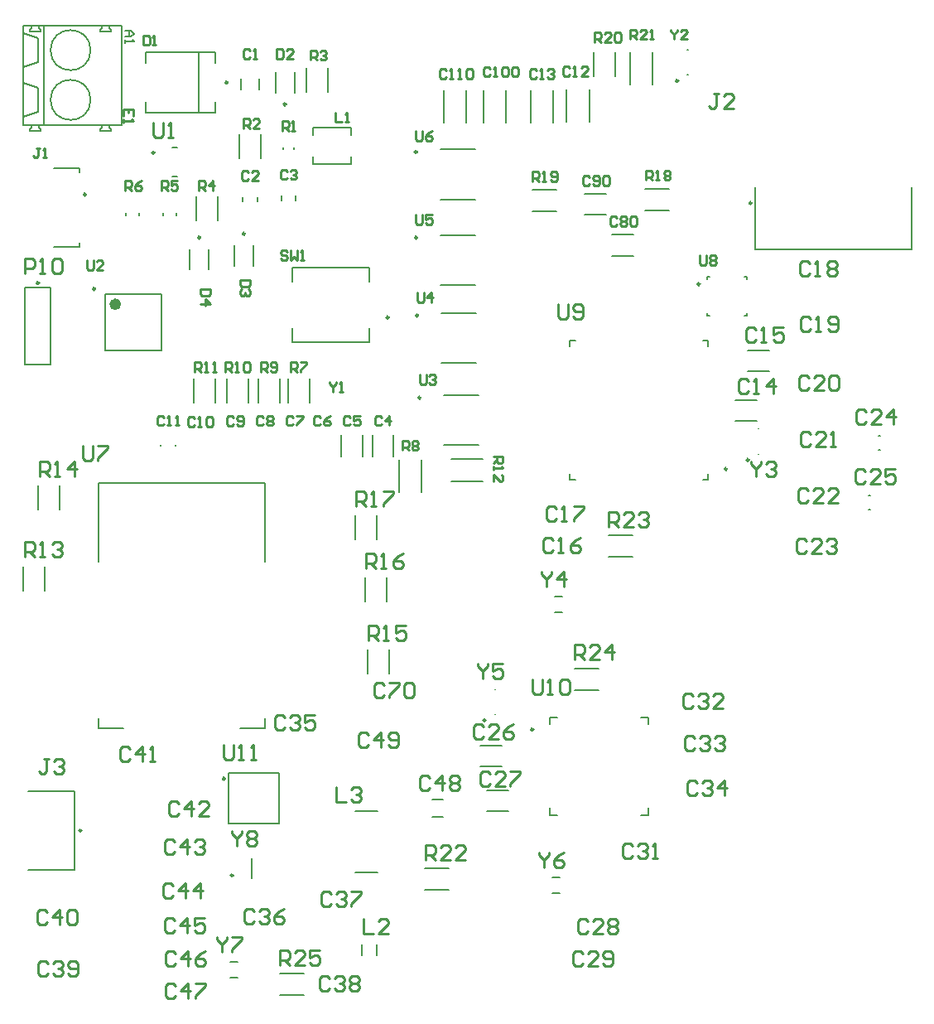
<source format=gto>
G04*
G04 #@! TF.GenerationSoftware,Altium Limited,Altium Designer,25.8.1 (18)*
G04*
G04 Layer_Color=65535*
%FSLAX44Y44*%
%MOMM*%
G71*
G04*
G04 #@! TF.SameCoordinates,5D46F635-8B12-49F8-90BD-38314D954B60*
G04*
G04*
G04 #@! TF.FilePolarity,Positive*
G04*
G01*
G75*
%ADD10C,0.2500*%
%ADD11C,0.2000*%
%ADD12C,0.6000*%
%ADD13C,0.2540*%
D10*
X66420Y187960D02*
G03*
X66420Y187960I-1250J0D01*
G01*
X726550Y557460D02*
G03*
X726550Y557460I-1250J0D01*
G01*
X751720Y829330D02*
G03*
X751720Y829330I-1250J0D01*
G01*
X748870Y566850D02*
G03*
X748870Y566850I-1250J0D01*
G01*
X698629Y746560D02*
G03*
X698629Y746560I-1250J0D01*
G01*
X409600Y881520D02*
G03*
X409600Y881520I-1250J0D01*
G01*
X380540Y712370D02*
G03*
X380540Y712370I-1250J0D01*
G01*
X215890Y952500D02*
G03*
X215890Y952500I-1250J0D01*
G01*
X275570Y930340D02*
G03*
X275570Y930340I-1250J0D01*
G01*
X70840Y838005D02*
G03*
X70840Y838005I-1250J0D01*
G01*
X80380Y741640D02*
G03*
X80380Y741640I-1250J0D01*
G01*
X233660Y797880D02*
G03*
X233660Y797880I-1250J0D01*
G01*
X187940Y794070D02*
G03*
X187940Y794070I-1250J0D01*
G01*
X410660Y714440D02*
G03*
X410660Y714440I-1250J0D01*
G01*
X413200Y630320D02*
G03*
X413200Y630320I-1250J0D01*
G01*
X409600Y793890D02*
G03*
X409600Y793890I-1250J0D01*
G01*
X140975Y880720D02*
G03*
X140975Y880720I-1250J0D01*
G01*
X22840Y747680D02*
G03*
X22840Y747680I-1250J0D01*
G01*
X676480Y954200D02*
G03*
X676480Y954200I-1250J0D01*
G01*
X213160Y240980D02*
G03*
X213160Y240980I-1250J0D01*
G01*
X221440Y142190D02*
G03*
X221440Y142190I-1250J0D01*
G01*
X528380Y291250D02*
G03*
X528380Y291250I-1250J0D01*
G01*
X479630Y300660D02*
G03*
X479630Y300660I-1250J0D01*
G01*
D11*
X75650Y985520D02*
G03*
X75650Y985520I-20500J0D01*
G01*
Y934720D02*
G03*
X75650Y934720I-20500J0D01*
G01*
X11820Y147960D02*
X58820D01*
Y227960D01*
X11820D02*
X58820D01*
X83910Y542830D02*
X253910D01*
X83910Y292830D02*
Y302830D01*
Y292830D02*
X108910D01*
X228910D02*
X253910D01*
Y302830D01*
X83910Y462830D02*
Y542830D01*
X253910Y462830D02*
Y542830D01*
X701550Y546460D02*
X707300D01*
X565300D02*
X571050D01*
X565300Y682710D02*
Y688460D01*
Y546460D02*
Y552210D01*
X701550Y688460D02*
X707300D01*
X565300D02*
X571050D01*
X707300Y682710D02*
Y688460D01*
Y546460D02*
Y552210D01*
X474260Y274910D02*
X496260D01*
X474260Y253410D02*
X496260D01*
X480610Y229190D02*
X502610D01*
X480610Y207690D02*
X502610D01*
X755370Y781580D02*
X914870D01*
X755370D02*
Y845580D01*
X914870Y781580D02*
Y845580D01*
X585821Y912207D02*
Y945269D01*
X562259Y912207D02*
Y945269D01*
X734610Y627970D02*
X756610D01*
X734610Y606470D02*
X756610D01*
X758370Y598850D02*
X758870D01*
X758370Y572850D02*
X758870D01*
X881540Y591450D02*
X883040D01*
X881540Y576950D02*
X883040D01*
X525429Y911839D02*
Y944901D01*
X548991Y911839D02*
Y944901D01*
X436529Y911471D02*
Y944533D01*
X460091Y911471D02*
Y944533D01*
X706440Y751560D02*
Y754060D01*
X708940D01*
X706440Y714060D02*
Y716560D01*
Y714060D02*
X708940D01*
X746440Y751560D02*
Y754060D01*
X743940D02*
X746440D01*
Y714060D02*
Y716560D01*
X743940Y714060D02*
X746440D01*
X391041Y534018D02*
Y566600D01*
X414139Y534018D02*
Y566600D01*
X444320Y544711D02*
X476902D01*
X444320Y567809D02*
X476902D01*
X433100Y833020D02*
X468600D01*
X433100Y884020D02*
X468600D01*
X282310Y687370D02*
X360310D01*
Y749240D02*
Y762970D01*
Y687370D02*
Y701100D01*
X282310Y762970D02*
X360310D01*
X282310Y749240D02*
Y762970D01*
Y687370D02*
Y701100D01*
X27958Y909320D02*
Y1010920D01*
X7150Y1003020D02*
X22150Y997561D01*
Y973479D02*
Y997561D01*
X7150Y968020D02*
X22150Y973479D01*
X7150Y968020D02*
Y1003020D01*
Y917220D02*
X22150Y922679D01*
X7150Y917220D02*
Y952220D01*
X22150Y946761D01*
Y922679D02*
Y946761D01*
X87450Y1008120D02*
Y1010920D01*
X95050Y1008120D02*
Y1010920D01*
Y1008120D02*
X96750Y1006420D01*
Y1004920D02*
Y1006420D01*
X85750Y1004920D02*
X96750D01*
X85750D02*
Y1006420D01*
X87450Y1008120D01*
X7150Y1010920D02*
X107150D01*
Y909320D02*
Y1010920D01*
X7150Y909320D02*
Y1010920D01*
X15050Y1008120D02*
Y1010920D01*
X13350Y1006420D02*
X15050Y1008120D01*
X13350Y1004920D02*
Y1006420D01*
Y1004920D02*
X24350D01*
Y1006420D01*
X22650Y1008120D02*
X24350Y1006420D01*
X22650Y1008120D02*
Y1010920D01*
X7150Y909320D02*
X107150D01*
X95050D02*
X107150D01*
X95050Y906520D02*
Y909320D01*
Y906520D02*
X96750Y904820D01*
Y903320D02*
Y904820D01*
X85750Y903320D02*
X96750D01*
X85750D02*
Y904820D01*
X87450Y906520D01*
Y909320D01*
X22650D02*
X87450D01*
X22650Y906520D02*
Y909320D01*
Y906520D02*
X24350Y904820D01*
Y903320D02*
Y904820D01*
X13350Y903320D02*
X24350D01*
X13350D02*
Y904820D01*
X15050Y906520D01*
Y909320D01*
X7150D02*
X15050D01*
X186140Y922500D02*
Y982500D01*
X203190Y921400D02*
Y932750D01*
Y972250D02*
Y983600D01*
X132090D02*
X203190D01*
X132090Y921400D02*
Y932750D01*
Y972250D02*
Y983600D01*
Y921400D02*
X203190D01*
X296340Y942749D02*
Y967331D01*
X318340Y942749D02*
Y967331D01*
X284070Y942340D02*
Y963340D01*
X264570Y942340D02*
Y963340D01*
X229760Y945730D02*
Y956730D01*
X247760Y945730D02*
Y956730D01*
X227760Y875439D02*
Y900021D01*
X249760Y875439D02*
Y900021D01*
X283880Y884190D02*
Y886190D01*
X272380Y884190D02*
Y886190D01*
X303080Y906230D02*
X342080D01*
X303080Y869230D02*
Y876980D01*
Y898480D02*
Y906230D01*
Y869230D02*
X342080D01*
Y876980D01*
Y898480D02*
Y906230D01*
X270880Y832140D02*
Y836640D01*
X285380Y832140D02*
Y836640D01*
X231510Y830870D02*
Y835370D01*
X246010Y830870D02*
Y835370D01*
X205310Y811939D02*
Y836521D01*
X183310Y811939D02*
Y836521D01*
X162960Y816880D02*
Y818880D01*
X149460Y816880D02*
Y818880D01*
X124860Y816880D02*
Y818880D01*
X111360Y816880D02*
Y818880D01*
X37840Y865205D02*
X64590D01*
X37840Y784305D02*
X64590D01*
Y789005D01*
Y860505D02*
Y865205D01*
X90880Y678890D02*
X147880D01*
X90880Y735890D02*
X147880D01*
Y678890D02*
Y735890D01*
X90880Y678890D02*
Y735890D01*
X180770Y625108D02*
Y649690D01*
X202770Y625108D02*
Y649690D01*
X215060Y625249D02*
Y649831D01*
X237060Y625249D02*
Y649831D01*
X246810Y625249D02*
Y649831D01*
X268810Y625249D02*
Y649831D01*
X277290Y625249D02*
Y649831D01*
X299290Y625249D02*
Y649831D01*
X222660Y765130D02*
Y786130D01*
X242160Y765130D02*
Y786130D01*
X176940Y761320D02*
Y782320D01*
X196440Y761320D02*
Y782320D01*
X385400Y570660D02*
Y592660D01*
X363900Y570660D02*
Y592660D01*
X332150Y570660D02*
Y592660D01*
X353650Y570660D02*
Y592660D01*
X162190Y580910D02*
Y582410D01*
X147690Y580910D02*
Y582410D01*
X434160Y665940D02*
X469660D01*
X434160Y716940D02*
X469660D01*
X436700Y581820D02*
X472200D01*
X436700Y632820D02*
X472200D01*
X433100Y745390D02*
X468600D01*
X433100Y796390D02*
X468600D01*
X159480Y856220D02*
X163970D01*
X159480Y886220D02*
X163970D01*
X8140Y663980D02*
X35040D01*
Y743180D01*
X8140D02*
X35040D01*
X8140Y663980D02*
Y743180D01*
X477169Y911839D02*
Y944901D01*
X500731Y911839D02*
Y944901D01*
X22020Y515888D02*
Y540470D01*
X44020Y515888D02*
Y540470D01*
X28780Y433338D02*
Y457920D01*
X6780Y433338D02*
Y457920D01*
X417538Y149510D02*
X442121D01*
X417538Y127510D02*
X442121D01*
X608760Y775380D02*
X630760D01*
X608760Y796880D02*
X630760D01*
X685980Y960200D02*
X686480D01*
X685980Y986200D02*
X686480D01*
X580940Y817290D02*
X602940D01*
X580940Y838790D02*
X602940D01*
X642888Y844120D02*
X667470D01*
X642888Y822120D02*
X667470D01*
X345870Y485549D02*
Y510131D01*
X367870Y485549D02*
Y510131D01*
X356030Y422049D02*
Y446631D01*
X378030Y422049D02*
Y446631D01*
X527318Y842850D02*
X551900D01*
X527318Y820850D02*
X551900D01*
X358570Y348248D02*
Y372830D01*
X380570Y348248D02*
Y372830D01*
X650591Y950034D02*
Y983096D01*
X627029Y950034D02*
Y983096D01*
X589710Y959259D02*
Y983841D01*
X611710Y959259D02*
Y983841D01*
X216660Y195230D02*
Y246730D01*
Y195230D02*
X268160D01*
Y246730D01*
X216660D02*
X268160D01*
X268948Y41560D02*
X293531D01*
X268948Y19560D02*
X293531D01*
X240690Y139490D02*
Y159990D01*
X368093Y60457D02*
Y71457D01*
X353180Y60510D02*
Y71510D01*
X425000Y201820D02*
X436000D01*
X425000Y219820D02*
X436000D01*
X345840Y145530D02*
X369340D01*
X345840Y207530D02*
X369340D01*
X218500Y37720D02*
X226000D01*
X218500Y53720D02*
X226000D01*
X570498Y331900D02*
X595080D01*
X570498Y353900D02*
X595080D01*
X545630Y296750D02*
Y304000D01*
Y204000D02*
Y211250D01*
X638380Y204000D02*
X645630D01*
X545630D02*
X552880D01*
X645630Y296750D02*
Y304000D01*
Y204000D02*
Y211250D01*
X638380Y304000D02*
X645630D01*
X545630D02*
X552880D01*
X547630Y124080D02*
X555130D01*
X547630Y140080D02*
X555130D01*
X489130Y306660D02*
X489630D01*
X489130Y332660D02*
X489630D01*
X871380Y515990D02*
X872880D01*
X871380Y530490D02*
X872880D01*
X550170Y411100D02*
X557670D01*
X550170Y427100D02*
X557670D01*
X604929Y489790D02*
X629511D01*
X604929Y467790D02*
X629511D01*
X747310Y657270D02*
X769310D01*
X747310Y678770D02*
X769310D01*
X110490Y1005840D02*
X117155D01*
X120487Y1002508D01*
X117155Y999175D01*
X110490D01*
X115488D01*
Y1005840D01*
X110490Y995843D02*
Y992511D01*
Y994177D01*
X120487D01*
X118821Y995843D01*
D12*
X103880Y725890D02*
G03*
X103880Y725890I-3000J0D01*
G01*
D13*
X33021Y261618D02*
X27943D01*
X30482D01*
Y248922D01*
X27943Y246383D01*
X25403D01*
X22864Y248922D01*
X38099Y259078D02*
X40638Y261618D01*
X45717D01*
X48256Y259078D01*
Y256539D01*
X45717Y254000D01*
X43177D01*
X45717D01*
X48256Y251461D01*
Y248922D01*
X45717Y246383D01*
X40638D01*
X38099Y248922D01*
X67314Y581657D02*
Y568962D01*
X69853Y566423D01*
X74932D01*
X77471Y568962D01*
Y581657D01*
X82549D02*
X92706D01*
Y579118D01*
X82549Y568962D01*
Y566423D01*
X553466Y725927D02*
Y713231D01*
X556005Y710692D01*
X561083D01*
X563623Y713231D01*
Y725927D01*
X568701Y713231D02*
X571240Y710692D01*
X576319D01*
X578858Y713231D01*
Y723388D01*
X576319Y725927D01*
X571240D01*
X568701Y723388D01*
Y720849D01*
X571240Y718309D01*
X578858D01*
X477523Y294638D02*
X474984Y297178D01*
X469906D01*
X467367Y294638D01*
Y284482D01*
X469906Y281943D01*
X474984D01*
X477523Y284482D01*
X492758Y281943D02*
X482602D01*
X492758Y292099D01*
Y294638D01*
X490219Y297178D01*
X485141D01*
X482602Y294638D01*
X507993Y297178D02*
X502915Y294638D01*
X497837Y289560D01*
Y284482D01*
X500376Y281943D01*
X505454D01*
X507993Y284482D01*
Y287021D01*
X505454Y289560D01*
X497837D01*
X483873Y246378D02*
X481334Y248918D01*
X476256D01*
X473717Y246378D01*
Y236222D01*
X476256Y233682D01*
X481334D01*
X483873Y236222D01*
X499108Y233682D02*
X488952D01*
X499108Y243839D01*
Y246378D01*
X496569Y248918D01*
X491491D01*
X488952Y246378D01*
X504187Y248918D02*
X514343D01*
Y246378D01*
X504187Y236222D01*
Y233682D01*
X375923Y336548D02*
X373384Y339087D01*
X368306D01*
X365767Y336548D01*
Y326392D01*
X368306Y323853D01*
X373384D01*
X375923Y326392D01*
X381002Y339087D02*
X391158D01*
Y336548D01*
X381002Y326392D01*
Y323853D01*
X396237Y336548D02*
X398776Y339087D01*
X403854D01*
X406393Y336548D01*
Y326392D01*
X403854Y323853D01*
X398776D01*
X396237Y326392D01*
Y336548D01*
X717551Y941068D02*
X712473D01*
X715012D01*
Y928372D01*
X712473Y925833D01*
X709933D01*
X707394Y928372D01*
X732786Y925833D02*
X722629D01*
X732786Y935989D01*
Y938528D01*
X730247Y941068D01*
X725168D01*
X722629Y938528D01*
X565668Y967262D02*
X564002Y968928D01*
X560670D01*
X559004Y967262D01*
Y960598D01*
X560670Y958932D01*
X564002D01*
X565668Y960598D01*
X569001Y958932D02*
X572333D01*
X570667D01*
Y968928D01*
X569001Y967262D01*
X583996Y958932D02*
X577332D01*
X583996Y965596D01*
Y967262D01*
X582330Y968928D01*
X578998D01*
X577332Y967262D01*
X811533Y593088D02*
X808993Y595628D01*
X803915D01*
X801376Y593088D01*
Y582932D01*
X803915Y580392D01*
X808993D01*
X811533Y582932D01*
X826768Y580392D02*
X816611D01*
X826768Y590549D01*
Y593088D01*
X824228Y595628D01*
X819150D01*
X816611Y593088D01*
X831846Y580392D02*
X836924D01*
X834385D01*
Y595628D01*
X831846Y593088D01*
X748033Y647698D02*
X745494Y650238D01*
X740415D01*
X737876Y647698D01*
Y637542D01*
X740415Y635003D01*
X745494D01*
X748033Y637542D01*
X753111Y635003D02*
X758190D01*
X755650D01*
Y650238D01*
X753111Y647698D01*
X773425Y635003D02*
Y650238D01*
X765807Y642620D01*
X775964D01*
X750574Y565148D02*
Y562608D01*
X755652Y557530D01*
X760731Y562608D01*
Y565148D01*
X755652Y557530D02*
Y549912D01*
X765809Y562608D02*
X768348Y565148D01*
X773427D01*
X775966Y562608D01*
Y560069D01*
X773427Y557530D01*
X770888D01*
X773427D01*
X775966Y554991D01*
Y552452D01*
X773427Y549912D01*
X768348D01*
X765809Y552452D01*
X808993Y535938D02*
X806454Y538478D01*
X801376D01*
X798837Y535938D01*
Y525782D01*
X801376Y523242D01*
X806454D01*
X808993Y525782D01*
X824228Y523242D02*
X814072D01*
X824228Y533399D01*
Y535938D01*
X821689Y538478D01*
X816611D01*
X814072Y535938D01*
X839463Y523242D02*
X829307D01*
X839463Y533399D01*
Y535938D01*
X836924Y538478D01*
X831846D01*
X829307Y535938D01*
X584203Y95248D02*
X581664Y97788D01*
X576586D01*
X574047Y95248D01*
Y85092D01*
X576586Y82552D01*
X581664D01*
X584203Y85092D01*
X599438Y82552D02*
X589282D01*
X599438Y92709D01*
Y95248D01*
X596899Y97788D01*
X591821D01*
X589282Y95248D01*
X604517D02*
X607056Y97788D01*
X612134D01*
X614673Y95248D01*
Y92709D01*
X612134Y90170D01*
X614673Y87631D01*
Y85092D01*
X612134Y82552D01*
X607056D01*
X604517Y85092D01*
Y87631D01*
X607056Y90170D01*
X604517Y92709D01*
Y95248D01*
X607056Y90170D02*
X612134D01*
X579123Y62228D02*
X576584Y64767D01*
X571506D01*
X568967Y62228D01*
Y52072D01*
X571506Y49532D01*
X576584D01*
X579123Y52072D01*
X594358Y49532D02*
X584202D01*
X594358Y59689D01*
Y62228D01*
X591819Y64767D01*
X586741D01*
X584202Y62228D01*
X599437Y52072D02*
X601976Y49532D01*
X607054D01*
X609593Y52072D01*
Y62228D01*
X607054Y64767D01*
X601976D01*
X599437Y62228D01*
Y59689D01*
X601976Y57150D01*
X609593D01*
X321313Y123188D02*
X318774Y125728D01*
X313696D01*
X311157Y123188D01*
Y113032D01*
X313696Y110492D01*
X318774D01*
X321313Y113032D01*
X326392Y123188D02*
X328931Y125728D01*
X334009D01*
X336548Y123188D01*
Y120649D01*
X334009Y118110D01*
X331470D01*
X334009D01*
X336548Y115571D01*
Y113032D01*
X334009Y110492D01*
X328931D01*
X326392Y113032D01*
X341627Y125728D02*
X351783D01*
Y123188D01*
X341627Y113032D01*
Y110492D01*
X320043Y36828D02*
X317504Y39367D01*
X312426D01*
X309887Y36828D01*
Y26672D01*
X312426Y24132D01*
X317504D01*
X320043Y26672D01*
X325122Y36828D02*
X327661Y39367D01*
X332739D01*
X335278Y36828D01*
Y34289D01*
X332739Y31750D01*
X330200D01*
X332739D01*
X335278Y29211D01*
Y26672D01*
X332739Y24132D01*
X327661D01*
X325122Y26672D01*
X340357Y36828D02*
X342896Y39367D01*
X347974D01*
X350513Y36828D01*
Y34289D01*
X347974Y31750D01*
X350513Y29211D01*
Y26672D01*
X347974Y24132D01*
X342896D01*
X340357Y26672D01*
Y29211D01*
X342896Y31750D01*
X340357Y34289D01*
Y36828D01*
X342896Y31750D02*
X347974D01*
X162563Y29208D02*
X160024Y31748D01*
X154946D01*
X152407Y29208D01*
Y19052D01*
X154946Y16513D01*
X160024D01*
X162563Y19052D01*
X175259Y16513D02*
Y31748D01*
X167642Y24130D01*
X177798D01*
X182877Y31748D02*
X193033D01*
Y29208D01*
X182877Y19052D01*
Y16513D01*
X162903Y62148D02*
X160364Y64688D01*
X155286D01*
X152747Y62148D01*
Y51992D01*
X155286Y49453D01*
X160364D01*
X162903Y51992D01*
X175599Y49453D02*
Y64688D01*
X167982Y57070D01*
X178138D01*
X193374Y64688D02*
X188295Y62148D01*
X183217Y57070D01*
Y51992D01*
X185756Y49453D01*
X190834D01*
X193374Y51992D01*
Y54531D01*
X190834Y57070D01*
X183217D01*
X160023Y132078D02*
X157484Y134618D01*
X152406D01*
X149867Y132078D01*
Y121922D01*
X152406Y119382D01*
X157484D01*
X160023Y121922D01*
X172719Y119382D02*
Y134618D01*
X165102Y127000D01*
X175258D01*
X187954Y119382D02*
Y134618D01*
X180337Y127000D01*
X190493D01*
X161293Y96518D02*
X158754Y99058D01*
X153676D01*
X151137Y96518D01*
Y86362D01*
X153676Y83822D01*
X158754D01*
X161293Y86362D01*
X173989Y83822D02*
Y99058D01*
X166372Y91440D01*
X176528D01*
X191763Y99058D02*
X181607D01*
Y91440D01*
X186685Y93979D01*
X189224D01*
X191763Y91440D01*
Y86362D01*
X189224Y83822D01*
X184146D01*
X181607Y86362D01*
X161853Y176448D02*
X159314Y178988D01*
X154236D01*
X151697Y176448D01*
Y166292D01*
X154236Y163752D01*
X159314D01*
X161853Y166292D01*
X174549Y163752D02*
Y178988D01*
X166932Y171370D01*
X177088D01*
X182167Y176448D02*
X184706Y178988D01*
X189784D01*
X192323Y176448D01*
Y173909D01*
X189784Y171370D01*
X187245D01*
X189784D01*
X192323Y168831D01*
Y166292D01*
X189784Y163752D01*
X184706D01*
X182167Y166292D01*
X165663Y215818D02*
X163124Y218358D01*
X158046D01*
X155507Y215818D01*
Y205662D01*
X158046Y203123D01*
X163124D01*
X165663Y205662D01*
X178359Y203123D02*
Y218358D01*
X170742Y210740D01*
X180898D01*
X196133Y203123D02*
X185977D01*
X196133Y213279D01*
Y215818D01*
X193594Y218358D01*
X188516D01*
X185977Y215818D01*
X31753Y52068D02*
X29214Y54608D01*
X24136D01*
X21597Y52068D01*
Y41912D01*
X24136Y39372D01*
X29214D01*
X31753Y41912D01*
X36832Y52068D02*
X39371Y54608D01*
X44449D01*
X46988Y52068D01*
Y49529D01*
X44449Y46990D01*
X41910D01*
X44449D01*
X46988Y44451D01*
Y41912D01*
X44449Y39372D01*
X39371D01*
X36832Y41912D01*
X52067D02*
X54606Y39372D01*
X59684D01*
X62223Y41912D01*
Y52068D01*
X59684Y54608D01*
X54606D01*
X52067Y52068D01*
Y49529D01*
X54606Y46990D01*
X62223D01*
X242573Y105408D02*
X240034Y107948D01*
X234956D01*
X232417Y105408D01*
Y95252D01*
X234956Y92712D01*
X240034D01*
X242573Y95252D01*
X247652Y105408D02*
X250191Y107948D01*
X255269D01*
X257808Y105408D01*
Y102869D01*
X255269Y100330D01*
X252730D01*
X255269D01*
X257808Y97791D01*
Y95252D01*
X255269Y92712D01*
X250191D01*
X247652Y95252D01*
X273043Y107948D02*
X267965Y105408D01*
X262887Y100330D01*
Y95252D01*
X265426Y92712D01*
X270504D01*
X273043Y95252D01*
Y97791D01*
X270504Y100330D01*
X262887D01*
X868683Y615948D02*
X866144Y618488D01*
X861066D01*
X858527Y615948D01*
Y605792D01*
X861066Y603252D01*
X866144D01*
X868683Y605792D01*
X883918Y603252D02*
X873762D01*
X883918Y613409D01*
Y615948D01*
X881379Y618488D01*
X876301D01*
X873762Y615948D01*
X896614Y603252D02*
Y618488D01*
X888997Y610870D01*
X899153D01*
X205232Y79497D02*
Y76958D01*
X210310Y71880D01*
X215389Y76958D01*
Y79497D01*
X210310Y71880D02*
Y64262D01*
X220467Y79497D02*
X230624D01*
Y76958D01*
X220467Y66801D01*
Y64262D01*
X220218Y187193D02*
Y184654D01*
X225296Y179576D01*
X230375Y184654D01*
Y187193D01*
X225296Y179576D02*
Y171958D01*
X235453Y184654D02*
X237992Y187193D01*
X243071D01*
X245610Y184654D01*
Y182115D01*
X243071Y179576D01*
X245610Y177036D01*
Y174497D01*
X243071Y171958D01*
X237992D01*
X235453Y174497D01*
Y177036D01*
X237992Y179576D01*
X235453Y182115D01*
Y184654D01*
X237992Y179576D02*
X243071D01*
X534416Y165857D02*
Y163318D01*
X539494Y158239D01*
X544573Y163318D01*
Y165857D01*
X539494Y158239D02*
Y150622D01*
X559808Y165857D02*
X554729Y163318D01*
X549651Y158239D01*
Y153161D01*
X552190Y150622D01*
X557269D01*
X559808Y153161D01*
Y155700D01*
X557269Y158239D01*
X549651D01*
X471932Y358389D02*
Y355850D01*
X477010Y350771D01*
X482089Y355850D01*
Y358389D01*
X477010Y350771D02*
Y343154D01*
X497324Y358389D02*
X487167D01*
Y350771D01*
X492245Y353311D01*
X494785D01*
X497324Y350771D01*
Y345693D01*
X494785Y343154D01*
X489706D01*
X487167Y345693D01*
X536956Y452877D02*
Y450338D01*
X542034Y445260D01*
X547113Y450338D01*
Y452877D01*
X542034Y445260D02*
Y437642D01*
X559809D02*
Y452877D01*
X552191Y445260D01*
X562348D01*
X668782Y1006693D02*
Y1005027D01*
X672114Y1001694D01*
X675446Y1005027D01*
Y1006693D01*
X672114Y1001694D02*
Y996696D01*
X685443D02*
X678779D01*
X685443Y1003361D01*
Y1005027D01*
X683777Y1006693D01*
X680445D01*
X678779Y1005027D01*
X320336Y646348D02*
Y644682D01*
X323668Y641350D01*
X327000Y644682D01*
Y646348D01*
X323668Y641350D02*
Y636352D01*
X330332D02*
X333665D01*
X331998D01*
Y646348D01*
X330332Y644682D01*
X211836Y275585D02*
Y262889D01*
X214375Y260350D01*
X219454D01*
X221993Y262889D01*
Y275585D01*
X227071Y260350D02*
X232149D01*
X229610D01*
Y275585D01*
X227071Y273046D01*
X239767Y260350D02*
X244845D01*
X242306D01*
Y275585D01*
X239767Y273046D01*
X527050Y342387D02*
Y329691D01*
X529589Y327152D01*
X534668D01*
X537207Y329691D01*
Y342387D01*
X542285Y327152D02*
X547363D01*
X544824D01*
Y342387D01*
X542285Y339848D01*
X554981D02*
X557520Y342387D01*
X562598D01*
X565138Y339848D01*
Y329691D01*
X562598Y327152D01*
X557520D01*
X554981Y329691D01*
Y339848D01*
X698854Y775768D02*
Y767438D01*
X700520Y765772D01*
X703852D01*
X705519Y767438D01*
Y775768D01*
X708851Y774102D02*
X710517Y775768D01*
X713849D01*
X715515Y774102D01*
Y772436D01*
X713849Y770770D01*
X715515Y769104D01*
Y767438D01*
X713849Y765772D01*
X710517D01*
X708851Y767438D01*
Y769104D01*
X710517Y770770D01*
X708851Y772436D01*
Y774102D01*
X710517Y770770D02*
X713849D01*
X408229Y902888D02*
Y894558D01*
X409896Y892892D01*
X413228D01*
X414894Y894558D01*
Y902888D01*
X424891D02*
X421558Y901222D01*
X418226Y897890D01*
Y894558D01*
X419892Y892892D01*
X423224D01*
X424891Y894558D01*
Y896224D01*
X423224Y897890D01*
X418226D01*
X408432Y817463D02*
Y809132D01*
X410098Y807466D01*
X413430D01*
X415097Y809132D01*
Y817463D01*
X425093D02*
X418429D01*
Y812464D01*
X421761Y814130D01*
X423427D01*
X425093Y812464D01*
Y809132D01*
X423427Y807466D01*
X420095D01*
X418429Y809132D01*
X409448Y737961D02*
Y729630D01*
X411114Y727964D01*
X414446D01*
X416113Y729630D01*
Y737961D01*
X424443Y727964D02*
Y737961D01*
X419445Y732962D01*
X426109D01*
X411988Y653887D02*
Y645556D01*
X413654Y643890D01*
X416986D01*
X418652Y645556D01*
Y653887D01*
X421985Y652221D02*
X423651Y653887D01*
X426983D01*
X428649Y652221D01*
Y650555D01*
X426983Y648888D01*
X425317D01*
X426983D01*
X428649Y647222D01*
Y645556D01*
X426983Y643890D01*
X423651D01*
X421985Y645556D01*
X71679Y770808D02*
Y762478D01*
X73345Y760812D01*
X76678D01*
X78344Y762478D01*
Y770808D01*
X88341Y760812D02*
X81676D01*
X88341Y767476D01*
Y769142D01*
X86674Y770808D01*
X83342D01*
X81676Y769142D01*
X139700Y911093D02*
Y898397D01*
X142239Y895858D01*
X147317D01*
X149857Y898397D01*
Y911093D01*
X154935Y895858D02*
X160013D01*
X157474D01*
Y911093D01*
X154935Y908554D01*
X276942Y779302D02*
X275275Y780968D01*
X271943D01*
X270277Y779302D01*
Y777636D01*
X271943Y775970D01*
X275275D01*
X276942Y774304D01*
Y772638D01*
X275275Y770972D01*
X271943D01*
X270277Y772638D01*
X280274Y780968D02*
Y770972D01*
X283606Y774304D01*
X286938Y770972D01*
Y780968D01*
X290271Y770972D02*
X293603D01*
X291937D01*
Y780968D01*
X290271Y779302D01*
X269442Y50118D02*
Y65353D01*
X277059D01*
X279599Y62814D01*
Y57736D01*
X277059Y55196D01*
X269442D01*
X274520D02*
X279599Y50118D01*
X294834D02*
X284677D01*
X294834Y60275D01*
Y62814D01*
X292295Y65353D01*
X287216D01*
X284677Y62814D01*
X310069Y65353D02*
X299912D01*
Y57736D01*
X304991Y60275D01*
X307530D01*
X310069Y57736D01*
Y52657D01*
X307530Y50118D01*
X302451D01*
X299912Y52657D01*
X570992Y362458D02*
Y377693D01*
X578610D01*
X581149Y375154D01*
Y370075D01*
X578610Y367536D01*
X570992D01*
X576070D02*
X581149Y362458D01*
X596384D02*
X586227D01*
X596384Y372615D01*
Y375154D01*
X593845Y377693D01*
X588766D01*
X586227Y375154D01*
X609080Y362458D02*
Y377693D01*
X601462Y370075D01*
X611619D01*
X605536Y498348D02*
Y513583D01*
X613153D01*
X615693Y511044D01*
Y505965D01*
X613153Y503426D01*
X605536D01*
X610614D02*
X615693Y498348D01*
X630928D02*
X620771D01*
X630928Y508505D01*
Y511044D01*
X628389Y513583D01*
X623310D01*
X620771Y511044D01*
X636006D02*
X638545Y513583D01*
X643624D01*
X646163Y511044D01*
Y508505D01*
X643624Y505965D01*
X641085D01*
X643624D01*
X646163Y503426D01*
Y500887D01*
X643624Y498348D01*
X638545D01*
X636006Y500887D01*
X418032Y158068D02*
Y173303D01*
X425649D01*
X428189Y170764D01*
Y165686D01*
X425649Y163146D01*
X418032D01*
X423110D02*
X428189Y158068D01*
X443424D02*
X433267D01*
X443424Y168225D01*
Y170764D01*
X440885Y173303D01*
X435806D01*
X433267Y170764D01*
X458659Y158068D02*
X448502D01*
X458659Y168225D01*
Y170764D01*
X456120Y173303D01*
X451041D01*
X448502Y170764D01*
X627634Y996696D02*
Y1006693D01*
X632632D01*
X634299Y1005027D01*
Y1001694D01*
X632632Y1000028D01*
X627634D01*
X630966D02*
X634299Y996696D01*
X644295D02*
X637631D01*
X644295Y1003361D01*
Y1005027D01*
X642629Y1006693D01*
X639297D01*
X637631Y1005027D01*
X647628Y996696D02*
X650960D01*
X649294D01*
Y1006693D01*
X647628Y1005027D01*
X591312Y993394D02*
Y1003391D01*
X596310D01*
X597976Y1001725D01*
Y998392D01*
X596310Y996726D01*
X591312D01*
X594644D02*
X597976Y993394D01*
X607973D02*
X601309D01*
X607973Y1000059D01*
Y1001725D01*
X606307Y1003391D01*
X602975D01*
X601309Y1001725D01*
X611306D02*
X612972Y1003391D01*
X616304D01*
X617970Y1001725D01*
Y995060D01*
X616304Y993394D01*
X612972D01*
X611306Y995060D01*
Y1001725D01*
X527812Y851408D02*
Y861405D01*
X532810D01*
X534477Y859739D01*
Y856406D01*
X532810Y854740D01*
X527812D01*
X531144D02*
X534477Y851408D01*
X537809D02*
X541141D01*
X539475D01*
Y861405D01*
X537809Y859739D01*
X546139Y853074D02*
X547806Y851408D01*
X551138D01*
X552804Y853074D01*
Y859739D01*
X551138Y861405D01*
X547806D01*
X546139Y859739D01*
Y858073D01*
X547806Y856406D01*
X552804D01*
X643382Y852678D02*
Y862675D01*
X648380D01*
X650046Y861009D01*
Y857676D01*
X648380Y856010D01*
X643382D01*
X646714D02*
X650046Y852678D01*
X653379D02*
X656711D01*
X655045D01*
Y862675D01*
X653379Y861009D01*
X661709D02*
X663376Y862675D01*
X666708D01*
X668374Y861009D01*
Y859342D01*
X666708Y857676D01*
X668374Y856010D01*
Y854344D01*
X666708Y852678D01*
X663376D01*
X661709Y854344D01*
Y856010D01*
X663376Y857676D01*
X661709Y859342D01*
Y861009D01*
X663376Y857676D02*
X666708D01*
X347472Y519684D02*
Y534919D01*
X355089D01*
X357629Y532380D01*
Y527301D01*
X355089Y524762D01*
X347472D01*
X352550D02*
X357629Y519684D01*
X362707D02*
X367785D01*
X365246D01*
Y534919D01*
X362707Y532380D01*
X375403Y534919D02*
X385560D01*
Y532380D01*
X375403Y522223D01*
Y519684D01*
X357632Y456184D02*
Y471419D01*
X365249D01*
X367789Y468880D01*
Y463801D01*
X365249Y461262D01*
X357632D01*
X362710D02*
X367789Y456184D01*
X372867D02*
X377945D01*
X375406D01*
Y471419D01*
X372867Y468880D01*
X395720Y471419D02*
X390641Y468880D01*
X385563Y463801D01*
Y458723D01*
X388102Y456184D01*
X393181D01*
X395720Y458723D01*
Y461262D01*
X393181Y463801D01*
X385563D01*
X360172Y382524D02*
Y397759D01*
X367789D01*
X370329Y395220D01*
Y390141D01*
X367789Y387602D01*
X360172D01*
X365250D02*
X370329Y382524D01*
X375407D02*
X380485D01*
X377946D01*
Y397759D01*
X375407Y395220D01*
X398260Y397759D02*
X388103D01*
Y390141D01*
X393181Y392681D01*
X395720D01*
X398260Y390141D01*
Y385063D01*
X395720Y382524D01*
X390642D01*
X388103Y385063D01*
X23622Y550164D02*
Y565399D01*
X31240D01*
X33779Y562860D01*
Y557781D01*
X31240Y555242D01*
X23622D01*
X28700D02*
X33779Y550164D01*
X38857D02*
X43935D01*
X41396D01*
Y565399D01*
X38857Y562860D01*
X59170Y550164D02*
Y565399D01*
X51553Y557781D01*
X61710D01*
X8382Y467614D02*
Y482849D01*
X15999D01*
X18539Y480310D01*
Y475232D01*
X15999Y472692D01*
X8382D01*
X13460D02*
X18539Y467614D01*
X23617D02*
X28695D01*
X26156D01*
Y482849D01*
X23617Y480310D01*
X36313D02*
X38852Y482849D01*
X43931D01*
X46470Y480310D01*
Y477771D01*
X43931Y475232D01*
X41391D01*
X43931D01*
X46470Y472692D01*
Y470153D01*
X43931Y467614D01*
X38852D01*
X36313Y470153D01*
X487362Y570026D02*
X497359D01*
Y565028D01*
X495693Y563361D01*
X492361D01*
X490695Y565028D01*
Y570026D01*
Y566694D02*
X487362Y563361D01*
Y560029D02*
Y556697D01*
Y558363D01*
X497359D01*
X495693Y560029D01*
X487362Y545034D02*
Y551698D01*
X494027Y545034D01*
X495693D01*
X497359Y546700D01*
Y550032D01*
X495693Y551698D01*
X182210Y656531D02*
Y666528D01*
X187209D01*
X188875Y664861D01*
Y661529D01*
X187209Y659863D01*
X182210D01*
X185542D02*
X188875Y656531D01*
X192207D02*
X195539D01*
X193873D01*
Y666528D01*
X192207Y664861D01*
X200538Y656531D02*
X203870D01*
X202204D01*
Y666528D01*
X200538Y664861D01*
X394259Y576662D02*
Y586658D01*
X399258D01*
X400924Y584992D01*
Y581660D01*
X399258Y579994D01*
X394259D01*
X397592D02*
X400924Y576662D01*
X404256Y584992D02*
X405922Y586658D01*
X409254D01*
X410921Y584992D01*
Y583326D01*
X409254Y581660D01*
X410921Y579994D01*
Y578328D01*
X409254Y576662D01*
X405922D01*
X404256Y578328D01*
Y579994D01*
X405922Y581660D01*
X404256Y583326D01*
Y584992D01*
X405922Y581660D02*
X409254D01*
X213564Y656672D02*
Y666668D01*
X218562D01*
X220229Y665002D01*
Y661670D01*
X218562Y660004D01*
X213564D01*
X216896D02*
X220229Y656672D01*
X223561D02*
X226893D01*
X225227D01*
Y666668D01*
X223561Y665002D01*
X231891D02*
X233558Y666668D01*
X236890D01*
X238556Y665002D01*
Y658338D01*
X236890Y656672D01*
X233558D01*
X231891Y658338D01*
Y665002D01*
X249479Y656672D02*
Y666668D01*
X254478D01*
X256144Y665002D01*
Y661670D01*
X254478Y660004D01*
X249479D01*
X252812D02*
X256144Y656672D01*
X259476Y658338D02*
X261142Y656672D01*
X264475D01*
X266141Y658338D01*
Y665002D01*
X264475Y666668D01*
X261142D01*
X259476Y665002D01*
Y663336D01*
X261142Y661670D01*
X266141D01*
X279959Y656672D02*
Y666668D01*
X284958D01*
X286624Y665002D01*
Y661670D01*
X284958Y660004D01*
X279959D01*
X283292D02*
X286624Y656672D01*
X289956Y666668D02*
X296621D01*
Y665002D01*
X289956Y658338D01*
Y656672D01*
X111049Y842092D02*
Y852088D01*
X116048D01*
X117714Y850422D01*
Y847090D01*
X116048Y845424D01*
X111049D01*
X114382D02*
X117714Y842092D01*
X127711Y852088D02*
X124378Y850422D01*
X121046Y847090D01*
Y843758D01*
X122712Y842092D01*
X126045D01*
X127711Y843758D01*
Y845424D01*
X126045Y847090D01*
X121046D01*
X147879Y842092D02*
Y852088D01*
X152878D01*
X154544Y850422D01*
Y847090D01*
X152878Y845424D01*
X147879D01*
X151212D02*
X154544Y842092D01*
X164541Y852088D02*
X157876D01*
Y847090D01*
X161208Y848756D01*
X162875D01*
X164541Y847090D01*
Y843758D01*
X162875Y842092D01*
X159542D01*
X157876Y843758D01*
X185979Y842092D02*
Y852088D01*
X190978D01*
X192644Y850422D01*
Y847090D01*
X190978Y845424D01*
X185979D01*
X189312D02*
X192644Y842092D01*
X200975D02*
Y852088D01*
X195976Y847090D01*
X202641D01*
X300279Y975442D02*
Y985438D01*
X305278D01*
X306944Y983772D01*
Y980440D01*
X305278Y978774D01*
X300279D01*
X303612D02*
X306944Y975442D01*
X310276Y983772D02*
X311942Y985438D01*
X315275D01*
X316941Y983772D01*
Y982106D01*
X315275Y980440D01*
X313608D01*
X315275D01*
X316941Y978774D01*
Y977108D01*
X315275Y975442D01*
X311942D01*
X310276Y977108D01*
X231699Y905592D02*
Y915588D01*
X236698D01*
X238364Y913922D01*
Y910590D01*
X236698Y908924D01*
X231699D01*
X235032D02*
X238364Y905592D01*
X248361D02*
X241696D01*
X248361Y912256D01*
Y913922D01*
X246695Y915588D01*
X243362D01*
X241696Y913922D01*
X271465Y903052D02*
Y913048D01*
X276464D01*
X278130Y911382D01*
Y908050D01*
X276464Y906384D01*
X271465D01*
X274798D02*
X278130Y903052D01*
X281462D02*
X284795D01*
X283128D01*
Y913048D01*
X281462Y911382D01*
X8382Y757682D02*
Y772917D01*
X15999D01*
X18539Y770378D01*
Y765300D01*
X15999Y762760D01*
X8382D01*
X23617Y757682D02*
X28695D01*
X26156D01*
Y772917D01*
X23617Y770378D01*
X36313D02*
X38852Y772917D01*
X43931D01*
X46470Y770378D01*
Y760221D01*
X43931Y757682D01*
X38852D01*
X36313Y760221D01*
Y770378D01*
X326724Y232405D02*
Y217170D01*
X336881D01*
X341959Y229866D02*
X344498Y232405D01*
X349577D01*
X352116Y229866D01*
Y227327D01*
X349577Y224788D01*
X347037D01*
X349577D01*
X352116Y222248D01*
Y219709D01*
X349577Y217170D01*
X344498D01*
X341959Y219709D01*
X354838Y98039D02*
Y82804D01*
X364995D01*
X380230D02*
X370073D01*
X380230Y92961D01*
Y95500D01*
X377691Y98039D01*
X372612D01*
X370073Y95500D01*
X326076Y921938D02*
Y911942D01*
X332740D01*
X336072D02*
X339404D01*
X337738D01*
Y921938D01*
X336072Y920272D01*
X23710Y885633D02*
X20378D01*
X22044D01*
Y877303D01*
X20378Y875637D01*
X18712D01*
X17046Y877303D01*
X27042Y875637D02*
X30375D01*
X28708D01*
Y885633D01*
X27042Y883967D01*
X119298Y918210D02*
Y924874D01*
X109302D01*
Y918210D01*
X114300Y924874D02*
Y921542D01*
X109302Y914878D02*
Y911545D01*
Y913212D01*
X119298D01*
X117632Y914878D01*
X198038Y741121D02*
X188042D01*
Y736122D01*
X189708Y734456D01*
X196372D01*
X198038Y736122D01*
Y741121D01*
X188042Y726125D02*
X198038D01*
X193040Y731124D01*
Y724459D01*
X238678Y750941D02*
X228682D01*
Y745942D01*
X230348Y744276D01*
X237012D01*
X238678Y745942D01*
Y750941D01*
X237012Y740944D02*
X238678Y739278D01*
Y735945D01*
X237012Y734279D01*
X235346D01*
X233680Y735945D01*
Y737612D01*
Y735945D01*
X232014Y734279D01*
X230348D01*
X228682Y735945D01*
Y739278D01*
X230348Y740944D01*
X265989Y986708D02*
Y976712D01*
X270988D01*
X272654Y978378D01*
Y985042D01*
X270988Y986708D01*
X265989D01*
X282651Y976712D02*
X275986D01*
X282651Y983376D01*
Y985042D01*
X280984Y986708D01*
X277652D01*
X275986Y985042D01*
X129226Y1000678D02*
Y990682D01*
X134224D01*
X135890Y992348D01*
Y999012D01*
X134224Y1000678D01*
X129226D01*
X139222Y990682D02*
X142555D01*
X140888D01*
Y1000678D01*
X139222Y999012D01*
X422145Y242058D02*
X419605Y244597D01*
X414527D01*
X411988Y242058D01*
Y231901D01*
X414527Y229362D01*
X419605D01*
X422145Y231901D01*
X434841Y229362D02*
Y244597D01*
X427223Y236980D01*
X437380D01*
X442458Y242058D02*
X444997Y244597D01*
X450076D01*
X452615Y242058D01*
Y239519D01*
X450076Y236980D01*
X452615Y234440D01*
Y231901D01*
X450076Y229362D01*
X444997D01*
X442458Y231901D01*
Y234440D01*
X444997Y236980D01*
X442458Y239519D01*
Y242058D01*
X444997Y236980D02*
X450076D01*
X359407Y285746D02*
X356867Y288285D01*
X351789D01*
X349250Y285746D01*
Y275589D01*
X351789Y273050D01*
X356867D01*
X359407Y275589D01*
X372103Y273050D02*
Y288285D01*
X364485Y280667D01*
X374642D01*
X379720Y275589D02*
X382259Y273050D01*
X387338D01*
X389877Y275589D01*
Y285746D01*
X387338Y288285D01*
X382259D01*
X379720Y285746D01*
Y283207D01*
X382259Y280667D01*
X389877D01*
X116075Y271014D02*
X113535Y273553D01*
X108457D01*
X105918Y271014D01*
Y260857D01*
X108457Y258318D01*
X113535D01*
X116075Y260857D01*
X128771Y258318D02*
Y273553D01*
X121153Y265935D01*
X131310D01*
X136388Y258318D02*
X141467D01*
X138927D01*
Y273553D01*
X136388Y271014D01*
X31493Y104644D02*
X28953Y107183D01*
X23875D01*
X21336Y104644D01*
Y94487D01*
X23875Y91948D01*
X28953D01*
X31493Y94487D01*
X44189Y91948D02*
Y107183D01*
X36571Y99565D01*
X46728D01*
X51806Y104644D02*
X54345Y107183D01*
X59424D01*
X61963Y104644D01*
Y94487D01*
X59424Y91948D01*
X54345D01*
X51806Y94487D01*
Y104644D01*
X274519Y303606D02*
X271980Y306145D01*
X266901D01*
X264362Y303606D01*
Y293449D01*
X266901Y290910D01*
X271980D01*
X274519Y293449D01*
X279597Y303606D02*
X282136Y306145D01*
X287215D01*
X289754Y303606D01*
Y301067D01*
X287215Y298528D01*
X284675D01*
X287215D01*
X289754Y295988D01*
Y293449D01*
X287215Y290910D01*
X282136D01*
X279597Y293449D01*
X304989Y306145D02*
X294832D01*
Y298528D01*
X299911Y301067D01*
X302450D01*
X304989Y298528D01*
Y293449D01*
X302450Y290910D01*
X297371D01*
X294832Y293449D01*
X695703Y236724D02*
X693164Y239263D01*
X688085D01*
X685546Y236724D01*
Y226567D01*
X688085Y224028D01*
X693164D01*
X695703Y226567D01*
X700781Y236724D02*
X703320Y239263D01*
X708399D01*
X710938Y236724D01*
Y234185D01*
X708399Y231646D01*
X705859D01*
X708399D01*
X710938Y229106D01*
Y226567D01*
X708399Y224028D01*
X703320D01*
X700781Y226567D01*
X723634Y224028D02*
Y239263D01*
X716016Y231646D01*
X726173D01*
X693163Y282444D02*
X690623Y284983D01*
X685545D01*
X683006Y282444D01*
Y272287D01*
X685545Y269748D01*
X690623D01*
X693163Y272287D01*
X698241Y282444D02*
X700780Y284983D01*
X705859D01*
X708398Y282444D01*
Y279905D01*
X705859Y277365D01*
X703319D01*
X705859D01*
X708398Y274826D01*
Y272287D01*
X705859Y269748D01*
X700780D01*
X698241Y272287D01*
X713476Y282444D02*
X716015Y284983D01*
X721094D01*
X723633Y282444D01*
Y279905D01*
X721094Y277365D01*
X718555D01*
X721094D01*
X723633Y274826D01*
Y272287D01*
X721094Y269748D01*
X716015D01*
X713476Y272287D01*
X691893Y325624D02*
X689353Y328163D01*
X684275D01*
X681736Y325624D01*
Y315467D01*
X684275Y312928D01*
X689353D01*
X691893Y315467D01*
X696971Y325624D02*
X699510Y328163D01*
X704589D01*
X707128Y325624D01*
Y323085D01*
X704589Y320546D01*
X702049D01*
X704589D01*
X707128Y318006D01*
Y315467D01*
X704589Y312928D01*
X699510D01*
X696971Y315467D01*
X722363Y312928D02*
X712206D01*
X722363Y323085D01*
Y325624D01*
X719824Y328163D01*
X714745D01*
X712206Y325624D01*
X629917Y172716D02*
X627378Y175255D01*
X622299D01*
X619760Y172716D01*
Y162559D01*
X622299Y160020D01*
X627378D01*
X629917Y162559D01*
X634995Y172716D02*
X637534Y175255D01*
X642613D01*
X645152Y172716D01*
Y170177D01*
X642613Y167638D01*
X640073D01*
X642613D01*
X645152Y165098D01*
Y162559D01*
X642613Y160020D01*
X637534D01*
X634995Y162559D01*
X650230Y160020D02*
X655309D01*
X652769D01*
Y175255D01*
X650230Y172716D01*
X867915Y554986D02*
X865376Y557525D01*
X860297D01*
X857758Y554986D01*
Y544829D01*
X860297Y542290D01*
X865376D01*
X867915Y544829D01*
X883150Y542290D02*
X872993D01*
X883150Y552447D01*
Y554986D01*
X880611Y557525D01*
X875532D01*
X872993Y554986D01*
X898385Y557525D02*
X888228D01*
Y549907D01*
X893307Y552447D01*
X895846D01*
X898385Y549907D01*
Y544829D01*
X895846Y542290D01*
X890767D01*
X888228Y544829D01*
X807717Y483866D02*
X805178Y486405D01*
X800099D01*
X797560Y483866D01*
Y473709D01*
X800099Y471170D01*
X805178D01*
X807717Y473709D01*
X822952Y471170D02*
X812795D01*
X822952Y481327D01*
Y483866D01*
X820413Y486405D01*
X815334D01*
X812795Y483866D01*
X828030D02*
X830569Y486405D01*
X835648D01*
X838187Y483866D01*
Y481327D01*
X835648Y478787D01*
X833109D01*
X835648D01*
X838187Y476248D01*
Y473709D01*
X835648Y471170D01*
X830569D01*
X828030Y473709D01*
X810003Y650744D02*
X807464Y653283D01*
X802385D01*
X799846Y650744D01*
Y640587D01*
X802385Y638048D01*
X807464D01*
X810003Y640587D01*
X825238Y638048D02*
X815081D01*
X825238Y648205D01*
Y650744D01*
X822699Y653283D01*
X817620D01*
X815081Y650744D01*
X830316D02*
X832855Y653283D01*
X837934D01*
X840473Y650744D01*
Y640587D01*
X837934Y638048D01*
X832855D01*
X830316Y640587D01*
Y650744D01*
X811527Y710434D02*
X808988Y712973D01*
X803909D01*
X801370Y710434D01*
Y700277D01*
X803909Y697738D01*
X808988D01*
X811527Y700277D01*
X816605Y697738D02*
X821683D01*
X819144D01*
Y712973D01*
X816605Y710434D01*
X829301Y700277D02*
X831840Y697738D01*
X836918D01*
X839458Y700277D01*
Y710434D01*
X836918Y712973D01*
X831840D01*
X829301Y710434D01*
Y707895D01*
X831840Y705356D01*
X839458D01*
X811273Y767584D02*
X808734Y770123D01*
X803655D01*
X801116Y767584D01*
Y757427D01*
X803655Y754888D01*
X808734D01*
X811273Y757427D01*
X816351Y754888D02*
X821429D01*
X818890D01*
Y770123D01*
X816351Y767584D01*
X829047D02*
X831586Y770123D01*
X836665D01*
X839204Y767584D01*
Y765045D01*
X836665Y762505D01*
X839204Y759966D01*
Y757427D01*
X836665Y754888D01*
X831586D01*
X829047Y757427D01*
Y759966D01*
X831586Y762505D01*
X829047Y765045D01*
Y767584D01*
X831586Y762505D02*
X836665D01*
X551939Y516886D02*
X549399Y519425D01*
X544321D01*
X541782Y516886D01*
Y506729D01*
X544321Y504190D01*
X549399D01*
X551939Y506729D01*
X557017Y504190D02*
X562095D01*
X559556D01*
Y519425D01*
X557017Y516886D01*
X569713Y519425D02*
X579870D01*
Y516886D01*
X569713Y506729D01*
Y504190D01*
X548637Y485136D02*
X546097Y487675D01*
X541019D01*
X538480Y485136D01*
Y474979D01*
X541019Y472440D01*
X546097D01*
X548637Y474979D01*
X553715Y472440D02*
X558793D01*
X556254D01*
Y487675D01*
X553715Y485136D01*
X576568Y487675D02*
X571489Y485136D01*
X566411Y480057D01*
Y474979D01*
X568950Y472440D01*
X574029D01*
X576568Y474979D01*
Y477518D01*
X574029Y480057D01*
X566411D01*
X755901Y700020D02*
X753362Y702559D01*
X748283D01*
X745744Y700020D01*
Y689863D01*
X748283Y687324D01*
X753362D01*
X755901Y689863D01*
X760979Y687324D02*
X766057D01*
X763518D01*
Y702559D01*
X760979Y700020D01*
X783832Y702559D02*
X773675D01*
Y694941D01*
X778753Y697481D01*
X781292D01*
X783832Y694941D01*
Y689863D01*
X781292Y687324D01*
X776214D01*
X773675Y689863D01*
X531379Y964722D02*
X529712Y966388D01*
X526380D01*
X524714Y964722D01*
Y958058D01*
X526380Y956392D01*
X529712D01*
X531379Y958058D01*
X534711Y956392D02*
X538043D01*
X536377D01*
Y966388D01*
X534711Y964722D01*
X543041D02*
X544708Y966388D01*
X548040D01*
X549706Y964722D01*
Y963056D01*
X548040Y961390D01*
X546374D01*
X548040D01*
X549706Y959724D01*
Y958058D01*
X548040Y956392D01*
X544708D01*
X543041Y958058D01*
X439583Y964722D02*
X437917Y966388D01*
X434585D01*
X432919Y964722D01*
Y958058D01*
X434585Y956392D01*
X437917D01*
X439583Y958058D01*
X442915Y956392D02*
X446248D01*
X444582D01*
Y966388D01*
X442915Y964722D01*
X451246Y956392D02*
X454578D01*
X452912D01*
Y966388D01*
X451246Y964722D01*
X459577D02*
X461243Y966388D01*
X464575D01*
X466241Y964722D01*
Y958058D01*
X464575Y956392D01*
X461243D01*
X459577Y958058D01*
Y964722D01*
X150775Y610392D02*
X149109Y612058D01*
X145776D01*
X144110Y610392D01*
Y603728D01*
X145776Y602062D01*
X149109D01*
X150775Y603728D01*
X154107Y602062D02*
X157439D01*
X155773D01*
Y612058D01*
X154107Y610392D01*
X162438Y602062D02*
X165770D01*
X164104D01*
Y612058D01*
X162438Y610392D01*
X484439Y966927D02*
X482772Y968593D01*
X479440D01*
X477774Y966927D01*
Y960262D01*
X479440Y958596D01*
X482772D01*
X484439Y960262D01*
X487771Y958596D02*
X491103D01*
X489437D01*
Y968593D01*
X487771Y966927D01*
X496101D02*
X497768Y968593D01*
X501100D01*
X502766Y966927D01*
Y960262D01*
X501100Y958596D01*
X497768D01*
X496101Y960262D01*
Y966927D01*
X506098D02*
X507764Y968593D01*
X511097D01*
X512763Y966927D01*
Y960262D01*
X511097Y958596D01*
X507764D01*
X506098Y960262D01*
Y966927D01*
X182129Y609502D02*
X180462Y611168D01*
X177130D01*
X175464Y609502D01*
Y602838D01*
X177130Y601172D01*
X180462D01*
X182129Y602838D01*
X185461Y601172D02*
X188793D01*
X187127D01*
Y611168D01*
X185461Y609502D01*
X193792D02*
X195458Y611168D01*
X198790D01*
X200456Y609502D01*
Y602838D01*
X198790Y601172D01*
X195458D01*
X193792Y602838D01*
Y609502D01*
X586039Y855675D02*
X584372Y857341D01*
X581040D01*
X579374Y855675D01*
Y849010D01*
X581040Y847344D01*
X584372D01*
X586039Y849010D01*
X589371D02*
X591037Y847344D01*
X594369D01*
X596035Y849010D01*
Y855675D01*
X594369Y857341D01*
X591037D01*
X589371Y855675D01*
Y854008D01*
X591037Y852342D01*
X596035D01*
X599368Y855675D02*
X601034Y857341D01*
X604366D01*
X606032Y855675D01*
Y849010D01*
X604366Y847344D01*
X601034D01*
X599368Y849010D01*
Y855675D01*
X221854Y610012D02*
X220188Y611678D01*
X216856D01*
X215189Y610012D01*
Y603348D01*
X216856Y601682D01*
X220188D01*
X221854Y603348D01*
X225186D02*
X226852Y601682D01*
X230184D01*
X231851Y603348D01*
Y610012D01*
X230184Y611678D01*
X226852D01*
X225186Y610012D01*
Y608346D01*
X226852Y606680D01*
X231851D01*
X613979Y813765D02*
X612312Y815431D01*
X608980D01*
X607314Y813765D01*
Y807100D01*
X608980Y805434D01*
X612312D01*
X613979Y807100D01*
X617311Y813765D02*
X618977Y815431D01*
X622309D01*
X623975Y813765D01*
Y812098D01*
X622309Y810432D01*
X623975Y808766D01*
Y807100D01*
X622309Y805434D01*
X618977D01*
X617311Y807100D01*
Y808766D01*
X618977Y810432D01*
X617311Y812098D01*
Y813765D01*
X618977Y810432D02*
X622309D01*
X627308Y813765D02*
X628974Y815431D01*
X632306D01*
X633972Y813765D01*
Y807100D01*
X632306Y805434D01*
X628974D01*
X627308Y807100D01*
Y813765D01*
X252334Y610392D02*
X250668Y612058D01*
X247335D01*
X245669Y610392D01*
Y603728D01*
X247335Y602062D01*
X250668D01*
X252334Y603728D01*
X255666Y610392D02*
X257332Y612058D01*
X260665D01*
X262331Y610392D01*
Y608726D01*
X260665Y607060D01*
X262331Y605394D01*
Y603728D01*
X260665Y602062D01*
X257332D01*
X255666Y603728D01*
Y605394D01*
X257332Y607060D01*
X255666Y608726D01*
Y610392D01*
X257332Y607060D02*
X260665D01*
X282814Y610392D02*
X281148Y612058D01*
X277815D01*
X276149Y610392D01*
Y603728D01*
X277815Y602062D01*
X281148D01*
X282814Y603728D01*
X286146Y612058D02*
X292811D01*
Y610392D01*
X286146Y603728D01*
Y602062D01*
X310754Y610392D02*
X309088Y612058D01*
X305756D01*
X304089Y610392D01*
Y603728D01*
X305756Y602062D01*
X309088D01*
X310754Y603728D01*
X320751Y612058D02*
X317418Y610392D01*
X314086Y607060D01*
Y603728D01*
X315752Y602062D01*
X319084D01*
X320751Y603728D01*
Y605394D01*
X319084Y607060D01*
X314086D01*
X341234Y610392D02*
X339568Y612058D01*
X336236D01*
X334569Y610392D01*
Y603728D01*
X336236Y602062D01*
X339568D01*
X341234Y603728D01*
X351231Y612058D02*
X344566D01*
Y607060D01*
X347898Y608726D01*
X349565D01*
X351231Y607060D01*
Y603728D01*
X349565Y602062D01*
X346232D01*
X344566Y603728D01*
X372984Y610392D02*
X371318Y612058D01*
X367985D01*
X366319Y610392D01*
Y603728D01*
X367985Y602062D01*
X371318D01*
X372984Y603728D01*
X381315Y602062D02*
Y612058D01*
X376316Y607060D01*
X382981D01*
X276464Y861852D02*
X274798Y863518D01*
X271465D01*
X269799Y861852D01*
Y855188D01*
X271465Y853522D01*
X274798D01*
X276464Y855188D01*
X279796Y861852D02*
X281462Y863518D01*
X284795D01*
X286461Y861852D01*
Y860186D01*
X284795Y858520D01*
X283128D01*
X284795D01*
X286461Y856854D01*
Y855188D01*
X284795Y853522D01*
X281462D01*
X279796Y855188D01*
X237094Y860582D02*
X235428Y862248D01*
X232096D01*
X230429Y860582D01*
Y853918D01*
X232096Y852252D01*
X235428D01*
X237094Y853918D01*
X247091Y852252D02*
X240426D01*
X247091Y858916D01*
Y860582D01*
X245424Y862248D01*
X242092D01*
X240426Y860582D01*
X238760Y985042D02*
X237094Y986708D01*
X233762D01*
X232096Y985042D01*
Y978378D01*
X233762Y976712D01*
X237094D01*
X238760Y978378D01*
X242092Y976712D02*
X245424D01*
X243758D01*
Y986708D01*
X242092Y985042D01*
M02*

</source>
